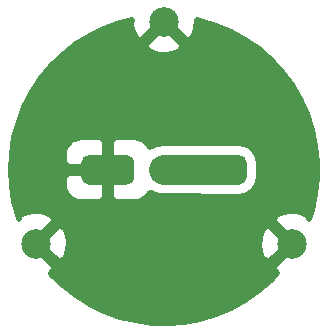
<source format=gbl>
G04 #@! TF.GenerationSoftware,KiCad,Pcbnew,(5.1.7)-1*
G04 #@! TF.CreationDate,2022-06-07T01:14:45+02:00*
G04 #@! TF.ProjectId,Kondensator-Adapter-25mm,4b6f6e64-656e-4736-9174-6f722d416461,rev?*
G04 #@! TF.SameCoordinates,Original*
G04 #@! TF.FileFunction,Copper,L2,Bot*
G04 #@! TF.FilePolarity,Positive*
%FSLAX46Y46*%
G04 Gerber Fmt 4.6, Leading zero omitted, Abs format (unit mm)*
G04 Created by KiCad (PCBNEW (5.1.7)-1) date 2022-06-07 01:14:45*
%MOMM*%
%LPD*%
G01*
G04 APERTURE LIST*
G04 #@! TA.AperFunction,ComponentPad*
%ADD10C,2.500000*%
G04 #@! TD*
G04 #@! TA.AperFunction,Conductor*
%ADD11C,2.500000*%
G04 #@! TD*
G04 #@! TA.AperFunction,Conductor*
%ADD12C,0.500000*%
G04 #@! TD*
G04 #@! TA.AperFunction,Conductor*
%ADD13C,0.100000*%
G04 #@! TD*
G04 APERTURE END LIST*
G04 #@! TA.AperFunction,ComponentPad*
G36*
G01*
X168000000Y-40625000D02*
X168000000Y-39375000D01*
G75*
G02*
X168625000Y-38750000I625000J0D01*
G01*
X171875000Y-38750000D01*
G75*
G02*
X172500000Y-39375000I0J-625000D01*
G01*
X172500000Y-40625000D01*
G75*
G02*
X171875000Y-41250000I-625000J0D01*
G01*
X168625000Y-41250000D01*
G75*
G02*
X168000000Y-40625000I0J625000D01*
G01*
G37*
G04 #@! TD.AperFunction*
G04 #@! TA.AperFunction,ComponentPad*
G36*
G01*
X177500000Y-40625000D02*
X177500000Y-39375000D01*
G75*
G02*
X178125000Y-38750000I625000J0D01*
G01*
X181375000Y-38750000D01*
G75*
G02*
X182000000Y-39375000I0J-625000D01*
G01*
X182000000Y-40625000D01*
G75*
G02*
X181375000Y-41250000I-625000J0D01*
G01*
X178125000Y-41250000D01*
G75*
G02*
X177500000Y-40625000I0J625000D01*
G01*
G37*
G04 #@! TD.AperFunction*
D10*
X185825318Y-46250000D03*
X175000000Y-27500000D03*
X164174682Y-46250000D03*
X175000000Y-40000000D03*
D11*
X175000000Y-40000000D02*
X179750000Y-40000000D01*
D12*
X175367696Y-27485858D02*
X175353553Y-27500000D01*
X176856286Y-29002733D01*
X177373340Y-28915315D01*
X177603851Y-28425105D01*
X177734298Y-27899343D01*
X177759667Y-27358234D01*
X177756131Y-27334761D01*
X178079314Y-27395698D01*
X179401624Y-27794415D01*
X180674062Y-28331426D01*
X181882211Y-29000647D01*
X183012381Y-29794494D01*
X184051768Y-30703975D01*
X184988595Y-31718782D01*
X185812247Y-32827420D01*
X186513392Y-34017325D01*
X187084086Y-35275017D01*
X187517862Y-36586244D01*
X187809806Y-37936151D01*
X187956609Y-39309442D01*
X187956609Y-40690558D01*
X187809806Y-42063849D01*
X187517862Y-43413756D01*
X187282603Y-44124902D01*
X187240633Y-43876660D01*
X186750423Y-43646149D01*
X186224661Y-43515702D01*
X185683552Y-43490333D01*
X185147892Y-43571016D01*
X184638265Y-43754652D01*
X184410003Y-43876660D01*
X184322585Y-44393714D01*
X185825318Y-45896447D01*
X185839461Y-45882305D01*
X186193014Y-46235858D01*
X186178871Y-46250000D01*
X186290245Y-46361374D01*
X186028072Y-46806307D01*
X185825318Y-46603553D01*
X184322585Y-48106286D01*
X184410003Y-48623340D01*
X184593226Y-48709497D01*
X184051768Y-49296025D01*
X183012381Y-50205506D01*
X181882211Y-50999353D01*
X180674062Y-51668574D01*
X179401624Y-52205585D01*
X178079314Y-52604302D01*
X176722114Y-52860207D01*
X175345401Y-52970401D01*
X173964775Y-52933635D01*
X172595879Y-52750326D01*
X171254222Y-52422550D01*
X169955007Y-51954022D01*
X168712953Y-51350050D01*
X167542134Y-50617478D01*
X166455816Y-49764605D01*
X165466306Y-48801095D01*
X165402170Y-48723735D01*
X165589997Y-48623340D01*
X165677415Y-48106286D01*
X164174682Y-46603553D01*
X163968872Y-46809363D01*
X163821337Y-46586963D01*
X163706043Y-46365086D01*
X163821129Y-46250000D01*
X164528235Y-46250000D01*
X166030968Y-47752733D01*
X166548022Y-47665315D01*
X166778533Y-47175105D01*
X166908980Y-46649343D01*
X166921056Y-46391766D01*
X183065651Y-46391766D01*
X183146334Y-46927426D01*
X183329970Y-47437053D01*
X183451978Y-47665315D01*
X183969032Y-47752733D01*
X185471765Y-46250000D01*
X183969032Y-44747267D01*
X183451978Y-44834685D01*
X183221467Y-45324895D01*
X183091020Y-45850657D01*
X183065651Y-46391766D01*
X166921056Y-46391766D01*
X166934349Y-46108234D01*
X166853666Y-45572574D01*
X166670030Y-45062947D01*
X166548022Y-44834685D01*
X166030968Y-44747267D01*
X164528235Y-46250000D01*
X163821129Y-46250000D01*
X163806987Y-46235858D01*
X164160540Y-45882305D01*
X164174682Y-45896447D01*
X165677415Y-44393714D01*
X165589997Y-43876660D01*
X165099787Y-43646149D01*
X164574025Y-43515702D01*
X164032916Y-43490333D01*
X163497256Y-43571016D01*
X162987629Y-43754652D01*
X162759367Y-43876660D01*
X162712454Y-44154138D01*
X162681567Y-44075145D01*
X162318192Y-42742689D01*
X162098507Y-41379158D01*
X162091624Y-41250000D01*
X166492742Y-41250000D01*
X166521704Y-41544051D01*
X166607475Y-41826803D01*
X166746761Y-42087388D01*
X166934208Y-42315792D01*
X167162612Y-42503239D01*
X167423197Y-42642525D01*
X167705949Y-42728296D01*
X168000000Y-42757258D01*
X169625000Y-42750000D01*
X170000000Y-42375000D01*
X170000000Y-40250000D01*
X166875000Y-40250000D01*
X166500000Y-40625000D01*
X166492742Y-41250000D01*
X162091624Y-41250000D01*
X162025001Y-40000000D01*
X162091623Y-38750000D01*
X166492742Y-38750000D01*
X166500000Y-39375000D01*
X166875000Y-39750000D01*
X170000000Y-39750000D01*
X170000000Y-37625000D01*
X170500000Y-37625000D01*
X170500000Y-39750000D01*
X170520000Y-39750000D01*
X170520000Y-40250000D01*
X170500000Y-40250000D01*
X170500000Y-42375000D01*
X170875000Y-42750000D01*
X172500000Y-42757258D01*
X172794051Y-42728296D01*
X173076803Y-42642525D01*
X173337388Y-42503239D01*
X173565792Y-42315792D01*
X173753239Y-42087388D01*
X173837446Y-41929849D01*
X173841866Y-41932212D01*
X173934225Y-41993924D01*
X174036850Y-42036433D01*
X174134796Y-42088786D01*
X174241074Y-42121025D01*
X174343699Y-42163534D01*
X174452644Y-42185204D01*
X174558923Y-42217444D01*
X174669451Y-42228330D01*
X174778394Y-42250000D01*
X178075879Y-42250000D01*
X178125000Y-42254838D01*
X181375000Y-42254838D01*
X181692966Y-42223521D01*
X181998712Y-42130774D01*
X182280489Y-41980161D01*
X182527470Y-41777470D01*
X182730161Y-41530489D01*
X182880774Y-41248712D01*
X182973521Y-40942966D01*
X183004838Y-40625000D01*
X183004838Y-39375000D01*
X182973521Y-39057034D01*
X182880774Y-38751288D01*
X182730161Y-38469511D01*
X182527470Y-38222530D01*
X182280489Y-38019839D01*
X181998712Y-37869226D01*
X181692966Y-37776479D01*
X181375000Y-37745162D01*
X178125000Y-37745162D01*
X178075879Y-37750000D01*
X174778394Y-37750000D01*
X174669451Y-37771670D01*
X174558923Y-37782556D01*
X174452644Y-37814796D01*
X174343699Y-37836466D01*
X174241074Y-37878975D01*
X174134796Y-37911214D01*
X174036850Y-37963567D01*
X173934225Y-38006076D01*
X173841866Y-38067788D01*
X173837446Y-38070151D01*
X173753239Y-37912612D01*
X173565792Y-37684208D01*
X173337388Y-37496761D01*
X173076803Y-37357475D01*
X172794051Y-37271704D01*
X172500000Y-37242742D01*
X170875000Y-37250000D01*
X170500000Y-37625000D01*
X170000000Y-37625000D01*
X169625000Y-37250000D01*
X168000000Y-37242742D01*
X167705949Y-37271704D01*
X167423197Y-37357475D01*
X167162612Y-37496761D01*
X166934208Y-37684208D01*
X166746761Y-37912612D01*
X166607475Y-38173197D01*
X166521704Y-38455949D01*
X166492742Y-38750000D01*
X162091623Y-38750000D01*
X162098507Y-38620842D01*
X162318192Y-37257311D01*
X162681567Y-35924855D01*
X163184515Y-34638572D01*
X163821337Y-33413037D01*
X164584817Y-32262134D01*
X165466306Y-31198905D01*
X166455816Y-30235395D01*
X167542134Y-29382522D01*
X167584065Y-29356286D01*
X173497267Y-29356286D01*
X173584685Y-29873340D01*
X174074895Y-30103851D01*
X174600657Y-30234298D01*
X175141766Y-30259667D01*
X175677426Y-30178984D01*
X176187053Y-29995348D01*
X176415315Y-29873340D01*
X176502733Y-29356286D01*
X175000000Y-27853553D01*
X173497267Y-29356286D01*
X167584065Y-29356286D01*
X168712953Y-28649950D01*
X169955007Y-28045978D01*
X171254222Y-27577450D01*
X172254809Y-27333000D01*
X172240333Y-27641766D01*
X172321016Y-28177426D01*
X172504652Y-28687053D01*
X172626660Y-28915315D01*
X173143714Y-29002733D01*
X174646447Y-27500000D01*
X174632305Y-27485858D01*
X174985858Y-27132305D01*
X175000000Y-27146447D01*
X175014143Y-27132305D01*
X175367696Y-27485858D01*
G04 #@! TA.AperFunction,Conductor*
D13*
G36*
X175367696Y-27485858D02*
G01*
X175353553Y-27500000D01*
X176856286Y-29002733D01*
X177373340Y-28915315D01*
X177603851Y-28425105D01*
X177734298Y-27899343D01*
X177759667Y-27358234D01*
X177756131Y-27334761D01*
X178079314Y-27395698D01*
X179401624Y-27794415D01*
X180674062Y-28331426D01*
X181882211Y-29000647D01*
X183012381Y-29794494D01*
X184051768Y-30703975D01*
X184988595Y-31718782D01*
X185812247Y-32827420D01*
X186513392Y-34017325D01*
X187084086Y-35275017D01*
X187517862Y-36586244D01*
X187809806Y-37936151D01*
X187956609Y-39309442D01*
X187956609Y-40690558D01*
X187809806Y-42063849D01*
X187517862Y-43413756D01*
X187282603Y-44124902D01*
X187240633Y-43876660D01*
X186750423Y-43646149D01*
X186224661Y-43515702D01*
X185683552Y-43490333D01*
X185147892Y-43571016D01*
X184638265Y-43754652D01*
X184410003Y-43876660D01*
X184322585Y-44393714D01*
X185825318Y-45896447D01*
X185839461Y-45882305D01*
X186193014Y-46235858D01*
X186178871Y-46250000D01*
X186290245Y-46361374D01*
X186028072Y-46806307D01*
X185825318Y-46603553D01*
X184322585Y-48106286D01*
X184410003Y-48623340D01*
X184593226Y-48709497D01*
X184051768Y-49296025D01*
X183012381Y-50205506D01*
X181882211Y-50999353D01*
X180674062Y-51668574D01*
X179401624Y-52205585D01*
X178079314Y-52604302D01*
X176722114Y-52860207D01*
X175345401Y-52970401D01*
X173964775Y-52933635D01*
X172595879Y-52750326D01*
X171254222Y-52422550D01*
X169955007Y-51954022D01*
X168712953Y-51350050D01*
X167542134Y-50617478D01*
X166455816Y-49764605D01*
X165466306Y-48801095D01*
X165402170Y-48723735D01*
X165589997Y-48623340D01*
X165677415Y-48106286D01*
X164174682Y-46603553D01*
X163968872Y-46809363D01*
X163821337Y-46586963D01*
X163706043Y-46365086D01*
X163821129Y-46250000D01*
X164528235Y-46250000D01*
X166030968Y-47752733D01*
X166548022Y-47665315D01*
X166778533Y-47175105D01*
X166908980Y-46649343D01*
X166921056Y-46391766D01*
X183065651Y-46391766D01*
X183146334Y-46927426D01*
X183329970Y-47437053D01*
X183451978Y-47665315D01*
X183969032Y-47752733D01*
X185471765Y-46250000D01*
X183969032Y-44747267D01*
X183451978Y-44834685D01*
X183221467Y-45324895D01*
X183091020Y-45850657D01*
X183065651Y-46391766D01*
X166921056Y-46391766D01*
X166934349Y-46108234D01*
X166853666Y-45572574D01*
X166670030Y-45062947D01*
X166548022Y-44834685D01*
X166030968Y-44747267D01*
X164528235Y-46250000D01*
X163821129Y-46250000D01*
X163806987Y-46235858D01*
X164160540Y-45882305D01*
X164174682Y-45896447D01*
X165677415Y-44393714D01*
X165589997Y-43876660D01*
X165099787Y-43646149D01*
X164574025Y-43515702D01*
X164032916Y-43490333D01*
X163497256Y-43571016D01*
X162987629Y-43754652D01*
X162759367Y-43876660D01*
X162712454Y-44154138D01*
X162681567Y-44075145D01*
X162318192Y-42742689D01*
X162098507Y-41379158D01*
X162091624Y-41250000D01*
X166492742Y-41250000D01*
X166521704Y-41544051D01*
X166607475Y-41826803D01*
X166746761Y-42087388D01*
X166934208Y-42315792D01*
X167162612Y-42503239D01*
X167423197Y-42642525D01*
X167705949Y-42728296D01*
X168000000Y-42757258D01*
X169625000Y-42750000D01*
X170000000Y-42375000D01*
X170000000Y-40250000D01*
X166875000Y-40250000D01*
X166500000Y-40625000D01*
X166492742Y-41250000D01*
X162091624Y-41250000D01*
X162025001Y-40000000D01*
X162091623Y-38750000D01*
X166492742Y-38750000D01*
X166500000Y-39375000D01*
X166875000Y-39750000D01*
X170000000Y-39750000D01*
X170000000Y-37625000D01*
X170500000Y-37625000D01*
X170500000Y-39750000D01*
X170520000Y-39750000D01*
X170520000Y-40250000D01*
X170500000Y-40250000D01*
X170500000Y-42375000D01*
X170875000Y-42750000D01*
X172500000Y-42757258D01*
X172794051Y-42728296D01*
X173076803Y-42642525D01*
X173337388Y-42503239D01*
X173565792Y-42315792D01*
X173753239Y-42087388D01*
X173837446Y-41929849D01*
X173841866Y-41932212D01*
X173934225Y-41993924D01*
X174036850Y-42036433D01*
X174134796Y-42088786D01*
X174241074Y-42121025D01*
X174343699Y-42163534D01*
X174452644Y-42185204D01*
X174558923Y-42217444D01*
X174669451Y-42228330D01*
X174778394Y-42250000D01*
X178075879Y-42250000D01*
X178125000Y-42254838D01*
X181375000Y-42254838D01*
X181692966Y-42223521D01*
X181998712Y-42130774D01*
X182280489Y-41980161D01*
X182527470Y-41777470D01*
X182730161Y-41530489D01*
X182880774Y-41248712D01*
X182973521Y-40942966D01*
X183004838Y-40625000D01*
X183004838Y-39375000D01*
X182973521Y-39057034D01*
X182880774Y-38751288D01*
X182730161Y-38469511D01*
X182527470Y-38222530D01*
X182280489Y-38019839D01*
X181998712Y-37869226D01*
X181692966Y-37776479D01*
X181375000Y-37745162D01*
X178125000Y-37745162D01*
X178075879Y-37750000D01*
X174778394Y-37750000D01*
X174669451Y-37771670D01*
X174558923Y-37782556D01*
X174452644Y-37814796D01*
X174343699Y-37836466D01*
X174241074Y-37878975D01*
X174134796Y-37911214D01*
X174036850Y-37963567D01*
X173934225Y-38006076D01*
X173841866Y-38067788D01*
X173837446Y-38070151D01*
X173753239Y-37912612D01*
X173565792Y-37684208D01*
X173337388Y-37496761D01*
X173076803Y-37357475D01*
X172794051Y-37271704D01*
X172500000Y-37242742D01*
X170875000Y-37250000D01*
X170500000Y-37625000D01*
X170000000Y-37625000D01*
X169625000Y-37250000D01*
X168000000Y-37242742D01*
X167705949Y-37271704D01*
X167423197Y-37357475D01*
X167162612Y-37496761D01*
X166934208Y-37684208D01*
X166746761Y-37912612D01*
X166607475Y-38173197D01*
X166521704Y-38455949D01*
X166492742Y-38750000D01*
X162091623Y-38750000D01*
X162098507Y-38620842D01*
X162318192Y-37257311D01*
X162681567Y-35924855D01*
X163184515Y-34638572D01*
X163821337Y-33413037D01*
X164584817Y-32262134D01*
X165466306Y-31198905D01*
X166455816Y-30235395D01*
X167542134Y-29382522D01*
X167584065Y-29356286D01*
X173497267Y-29356286D01*
X173584685Y-29873340D01*
X174074895Y-30103851D01*
X174600657Y-30234298D01*
X175141766Y-30259667D01*
X175677426Y-30178984D01*
X176187053Y-29995348D01*
X176415315Y-29873340D01*
X176502733Y-29356286D01*
X175000000Y-27853553D01*
X173497267Y-29356286D01*
X167584065Y-29356286D01*
X168712953Y-28649950D01*
X169955007Y-28045978D01*
X171254222Y-27577450D01*
X172254809Y-27333000D01*
X172240333Y-27641766D01*
X172321016Y-28177426D01*
X172504652Y-28687053D01*
X172626660Y-28915315D01*
X173143714Y-29002733D01*
X174646447Y-27500000D01*
X174632305Y-27485858D01*
X174985858Y-27132305D01*
X175000000Y-27146447D01*
X175014143Y-27132305D01*
X175367696Y-27485858D01*
G37*
G04 #@! TD.AperFunction*
M02*

</source>
